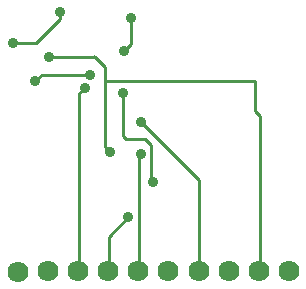
<source format=gbl>
G04 (created by PCBNEW (2013-07-07 BZR 4022)-stable) date 11/15/2014 10:46:49 AM*
%MOIN*%
G04 Gerber Fmt 3.4, Leading zero omitted, Abs format*
%FSLAX34Y34*%
G01*
G70*
G90*
G04 APERTURE LIST*
%ADD10C,0.00590551*%
%ADD11C,0.0700787*%
%ADD12C,0.035*%
%ADD13C,0.01*%
G04 APERTURE END LIST*
G54D10*
G54D11*
X12050Y-17515D03*
X13043Y-17505D03*
X14047Y-17505D03*
X15051Y-17505D03*
X16055Y-17505D03*
X17059Y-17505D03*
X18073Y-17500D03*
X19077Y-17500D03*
X20081Y-17500D03*
X21085Y-17500D03*
G54D12*
X11889Y-9881D03*
X13450Y-8850D03*
X14448Y-10954D03*
X12627Y-11171D03*
X14300Y-11400D03*
X16171Y-12539D03*
X15826Y-9064D03*
X15600Y-10150D03*
X16151Y-13582D03*
X15108Y-13533D03*
X13100Y-10364D03*
X15551Y-11555D03*
X16545Y-14527D03*
X15728Y-15698D03*
G54D13*
X11889Y-9881D02*
X12668Y-9881D01*
X13450Y-9100D02*
X13450Y-8850D01*
X12668Y-9881D02*
X13450Y-9100D01*
X12844Y-10954D02*
X14448Y-10954D01*
X12627Y-11171D02*
X12844Y-10954D01*
X14074Y-11683D02*
X14074Y-17633D01*
X14074Y-11555D02*
X14300Y-11400D01*
X14074Y-11683D02*
X14074Y-11555D01*
X14074Y-17633D02*
X14074Y-17401D01*
X18100Y-17627D02*
X18100Y-14468D01*
X18100Y-14468D02*
X16171Y-12539D01*
X15826Y-9923D02*
X15826Y-9064D01*
X15600Y-10150D02*
X15826Y-9923D01*
X16082Y-17633D02*
X16082Y-13651D01*
X16082Y-13651D02*
X16151Y-13582D01*
X19945Y-11500D02*
X19945Y-11154D01*
X19941Y-11150D02*
X14950Y-11150D01*
X19945Y-11154D02*
X19941Y-11150D01*
X19945Y-11432D02*
X19945Y-11500D01*
X19945Y-11500D02*
X19945Y-12160D01*
X20108Y-17627D02*
X20108Y-12322D01*
X14576Y-10344D02*
X14576Y-10364D01*
X19945Y-12160D02*
X20108Y-12322D01*
X14950Y-13375D02*
X14950Y-12116D01*
X14950Y-12116D02*
X14950Y-11150D01*
X15108Y-13533D02*
X14950Y-13375D01*
X14950Y-11150D02*
X14950Y-10679D01*
X14635Y-10364D02*
X14576Y-10364D01*
X14950Y-10679D02*
X14635Y-10364D01*
X14576Y-10364D02*
X13100Y-10364D01*
X15551Y-12982D02*
X15551Y-11555D01*
X15659Y-13090D02*
X15551Y-12982D01*
X16279Y-13090D02*
X15659Y-13090D01*
X16496Y-13307D02*
X16279Y-13090D01*
X16496Y-14478D02*
X16496Y-13307D01*
X16545Y-14527D02*
X16496Y-14478D01*
X15078Y-17633D02*
X15078Y-16348D01*
X15078Y-16348D02*
X15728Y-15698D01*
M02*

</source>
